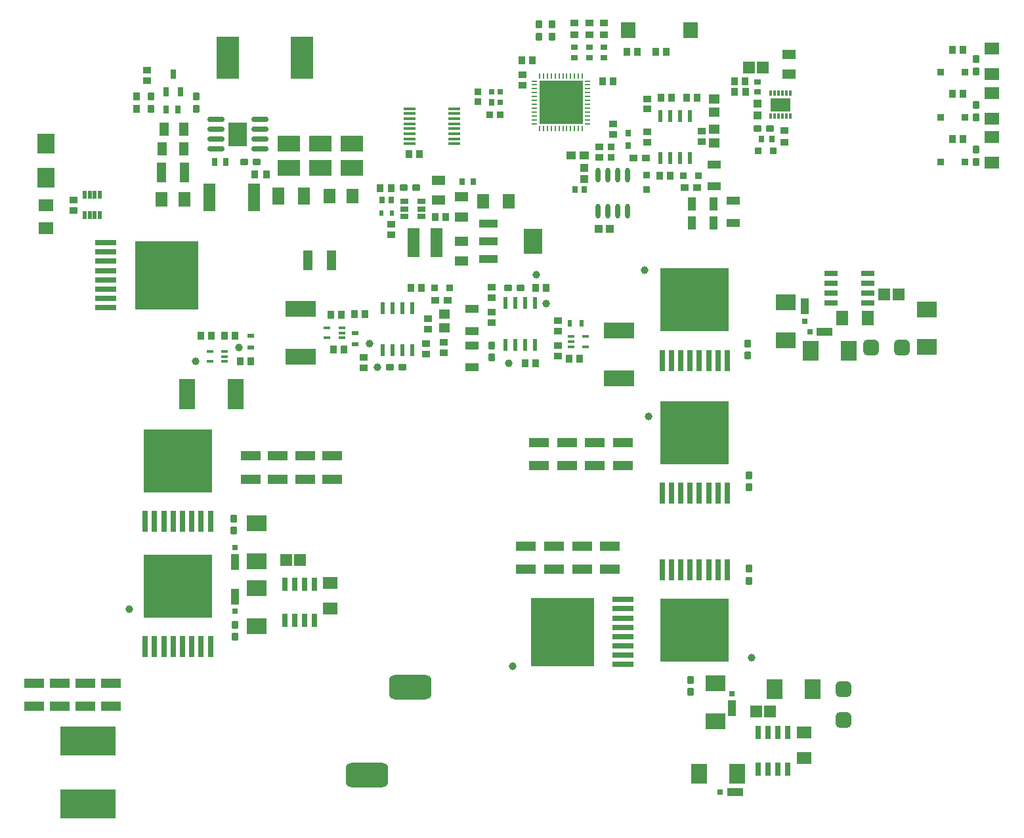
<source format=gtp>
G04*
G04 #@! TF.GenerationSoftware,Altium Limited,CircuitMaker,2.2.1 (2.2.1.6)*
G04*
G04 Layer_Color=7318015*
%FSLAX44Y44*%
%MOMM*%
G71*
G04*
G04 #@! TF.SameCoordinates,19C9E3CA-E082-4F8C-9F67-3D0F94DA41C6*
G04*
G04*
G04 #@! TF.FilePolarity,Positive*
G04*
G01*
G75*
G04:AMPARAMS|DCode=27|XSize=5.5mm|YSize=3.2mm|CornerRadius=0.8mm|HoleSize=0mm|Usage=FLASHONLY|Rotation=0.000|XOffset=0mm|YOffset=0mm|HoleType=Round|Shape=RoundedRectangle|*
%AMROUNDEDRECTD27*
21,1,5.5000,1.6000,0,0,0.0*
21,1,3.9000,3.2000,0,0,0.0*
1,1,1.6000,1.9500,-0.8000*
1,1,1.6000,-1.9500,-0.8000*
1,1,1.6000,-1.9500,0.8000*
1,1,1.6000,1.9500,0.8000*
%
%ADD27ROUNDEDRECTD27*%
%ADD28R,0.9000X0.9000*%
%ADD29R,1.0000X0.9500*%
%ADD30R,0.8000X1.0000*%
G04:AMPARAMS|DCode=31|XSize=0.9652mm|YSize=0.7874mm|CornerRadius=0.0787mm|HoleSize=0mm|Usage=FLASHONLY|Rotation=90.000|XOffset=0mm|YOffset=0mm|HoleType=Round|Shape=RoundedRectangle|*
%AMROUNDEDRECTD31*
21,1,0.9652,0.6299,0,0,90.0*
21,1,0.8077,0.7874,0,0,90.0*
1,1,0.1575,0.3150,0.4039*
1,1,0.1575,0.3150,-0.4039*
1,1,0.1575,-0.3150,-0.4039*
1,1,0.1575,-0.3150,0.4039*
%
%ADD31ROUNDEDRECTD31*%
%ADD32R,0.9500X1.0000*%
%ADD33R,1.0500X0.9000*%
%ADD34R,0.7000X1.2000*%
G04:AMPARAMS|DCode=35|XSize=0.6mm|YSize=2.2mm|CornerRadius=0.15mm|HoleSize=0mm|Usage=FLASHONLY|Rotation=90.000|XOffset=0mm|YOffset=0mm|HoleType=Round|Shape=RoundedRectangle|*
%AMROUNDEDRECTD35*
21,1,0.6000,1.9000,0,0,90.0*
21,1,0.3000,2.2000,0,0,90.0*
1,1,0.3000,0.9500,0.1500*
1,1,0.3000,0.9500,-0.1500*
1,1,0.3000,-0.9500,-0.1500*
1,1,0.3000,-0.9500,0.1500*
%
%ADD35ROUNDEDRECTD35*%
%ADD36R,2.4000X3.1000*%
%ADD37R,3.0000X5.5000*%
%ADD38R,1.6500X2.3000*%
%ADD39R,1.5000X1.9000*%
%ADD40R,2.9972X2.0828*%
%ADD41R,0.9000X1.1000*%
G04:AMPARAMS|DCode=42|XSize=0.9652mm|YSize=0.7874mm|CornerRadius=0.0787mm|HoleSize=0mm|Usage=FLASHONLY|Rotation=0.000|XOffset=0mm|YOffset=0mm|HoleType=Round|Shape=RoundedRectangle|*
%AMROUNDEDRECTD42*
21,1,0.9652,0.6299,0,0,0.0*
21,1,0.8077,0.7874,0,0,0.0*
1,1,0.1575,0.4039,-0.3150*
1,1,0.1575,-0.4039,-0.3150*
1,1,0.1575,-0.4039,0.3150*
1,1,0.1575,0.4039,0.3150*
%
%ADD42ROUNDEDRECTD42*%
%ADD43R,1.1500X1.7000*%
%ADD44R,1.3000X1.8000*%
%ADD45R,1.2000X2.5000*%
%ADD46R,1.6000X3.5500*%
G04:AMPARAMS|DCode=47|XSize=0.45mm|YSize=1.05mm|CornerRadius=0.0225mm|HoleSize=0mm|Usage=FLASHONLY|Rotation=0.000|XOffset=0mm|YOffset=0mm|HoleType=Round|Shape=RoundedRectangle|*
%AMROUNDEDRECTD47*
21,1,0.4500,1.0050,0,0,0.0*
21,1,0.4050,1.0500,0,0,0.0*
1,1,0.0450,0.2025,-0.5025*
1,1,0.0450,-0.2025,-0.5025*
1,1,0.0450,-0.2025,0.5025*
1,1,0.0450,0.2025,0.5025*
%
%ADD47ROUNDEDRECTD47*%
%ADD48R,1.0000X0.9000*%
%ADD49R,2.3000X2.5000*%
G04:AMPARAMS|DCode=50|XSize=1.05mm|YSize=0.9mm|CornerRadius=0.09mm|HoleSize=0mm|Usage=FLASHONLY|Rotation=180.000|XOffset=0mm|YOffset=0mm|HoleType=Round|Shape=RoundedRectangle|*
%AMROUNDEDRECTD50*
21,1,1.0500,0.7200,0,0,180.0*
21,1,0.8700,0.9000,0,0,180.0*
1,1,0.1800,-0.4350,0.3600*
1,1,0.1800,0.4350,0.3600*
1,1,0.1800,0.4350,-0.3600*
1,1,0.1800,-0.4350,-0.3600*
%
%ADD50ROUNDEDRECTD50*%
%ADD51R,0.9000X1.0000*%
%ADD52R,0.6000X0.9000*%
%ADD53R,0.8500X0.4000*%
%ADD54R,0.6096X1.5494*%
%ADD55R,1.7000X1.0500*%
%ADD56R,1.3500X1.2000*%
%ADD57R,0.9000X1.0500*%
%ADD58R,0.9000X0.6000*%
G04:AMPARAMS|DCode=59|XSize=1.05mm|YSize=0.9mm|CornerRadius=0.09mm|HoleSize=0mm|Usage=FLASHONLY|Rotation=90.000|XOffset=0mm|YOffset=0mm|HoleType=Round|Shape=RoundedRectangle|*
%AMROUNDEDRECTD59*
21,1,1.0500,0.7200,0,0,90.0*
21,1,0.8700,0.9000,0,0,90.0*
1,1,0.1800,0.3600,0.4350*
1,1,0.1800,0.3600,-0.4350*
1,1,0.1800,-0.3600,-0.4350*
1,1,0.1800,-0.3600,0.4350*
%
%ADD59ROUNDEDRECTD59*%
%ADD60R,0.7500X0.8500*%
%ADD61R,0.7000X0.8000*%
%ADD62R,0.8500X0.9000*%
%ADD63R,0.9000X0.8500*%
%ADD64R,1.0500X0.9500*%
%ADD65R,0.9000X0.7000*%
%ADD66R,0.7000X0.9000*%
%ADD67R,1.7500X1.2000*%
%ADD68R,1.0000X0.7000*%
%ADD69R,0.9500X1.0500*%
%ADD70R,0.6000X0.8000*%
%ADD71R,1.6000X3.7000*%
%ADD72R,2.4000X1.0000*%
%ADD73R,2.4000X3.3000*%
%ADD74R,0.7000X0.8500*%
%ADD75R,0.9500X0.8500*%
%ADD76O,0.6000X1.9000*%
%ADD77R,1.0000X1.0500*%
%ADD78R,1.0500X1.0000*%
%ADD79R,0.9000X0.9000*%
%ADD80R,1.0500X1.7000*%
%ADD81R,1.9000X2.0000*%
%ADD82R,1.1000X0.9000*%
%ADD83R,2.5000X1.7000*%
%ADD84R,0.3000X0.6500*%
%ADD85R,1.5000X1.5500*%
%ADD86R,4.0000X2.1000*%
%ADD87R,2.1000X4.0000*%
%ADD88R,2.5000X1.2000*%
%ADD89R,2.6000X2.1000*%
%ADD90R,1.9000X1.5000*%
%ADD91R,0.7200X1.7800*%
%ADD92R,0.8000X0.8000*%
%ADD93R,1.1000X2.0000*%
%ADD94R,7.2000X3.7000*%
%ADD95R,2.1000X2.6000*%
%ADD96R,2.0000X1.1000*%
%ADD97R,0.8000X0.8000*%
G04:AMPARAMS|DCode=98|XSize=2mm|YSize=2mm|CornerRadius=0.5mm|HoleSize=0mm|Usage=FLASHONLY|Rotation=180.000|XOffset=0mm|YOffset=0mm|HoleType=Round|Shape=RoundedRectangle|*
%AMROUNDEDRECTD98*
21,1,2.0000,1.0000,0,0,180.0*
21,1,1.0000,2.0000,0,0,180.0*
1,1,1.0000,-0.5000,0.5000*
1,1,1.0000,0.5000,0.5000*
1,1,1.0000,0.5000,-0.5000*
1,1,1.0000,-0.5000,-0.5000*
%
%ADD98ROUNDEDRECTD98*%
%ADD99R,1.7800X0.7200*%
G04:AMPARAMS|DCode=100|XSize=2mm|YSize=2mm|CornerRadius=0.5mm|HoleSize=0mm|Usage=FLASHONLY|Rotation=90.000|XOffset=0mm|YOffset=0mm|HoleType=Round|Shape=RoundedRectangle|*
%AMROUNDEDRECTD100*
21,1,2.0000,1.0000,0,0,90.0*
21,1,1.0000,2.0000,0,0,90.0*
1,1,1.0000,0.5000,0.5000*
1,1,1.0000,0.5000,-0.5000*
1,1,1.0000,-0.5000,-0.5000*
1,1,1.0000,-0.5000,0.5000*
%
%ADD100ROUNDEDRECTD100*%
%ADD101R,0.9000X0.9500*%
%ADD102R,1.2500X1.1000*%
%ADD103O,0.8000X0.2500*%
%ADD104O,0.2500X0.8000*%
%ADD105R,0.8000X0.2500*%
%ADD106R,5.6000X5.6000*%
%ADD107C,1.0000*%
%ADD108R,2.8000X0.8000*%
%ADD109R,8.1000X8.9000*%
%ADD110R,0.8000X2.8000*%
%ADD111R,8.9000X8.1000*%
G04:AMPARAMS|DCode=112|XSize=0.4mm|YSize=1.5mm|CornerRadius=0.1mm|HoleSize=0mm|Usage=FLASHONLY|Rotation=270.000|XOffset=0mm|YOffset=0mm|HoleType=Round|Shape=RoundedRectangle|*
%AMROUNDEDRECTD112*
21,1,0.4000,1.3000,0,0,270.0*
21,1,0.2000,1.5000,0,0,270.0*
1,1,0.2000,-0.6500,-0.1000*
1,1,0.2000,-0.6500,0.1000*
1,1,0.2000,0.6500,0.1000*
1,1,0.2000,0.6500,-0.1000*
%
%ADD112ROUNDEDRECTD112*%
D27*
X772160Y462280D02*
D03*
X716660Y348280D02*
D03*
D28*
X803910Y977900D02*
D03*
X822910D02*
D03*
X1124610Y1122680D02*
D03*
X1143610D02*
D03*
X1240130Y1154430D02*
D03*
X1221130D02*
D03*
D29*
X804800Y961390D02*
D03*
X820800D02*
D03*
X1126110Y1107440D02*
D03*
X1142110D02*
D03*
X1060070Y1145540D02*
D03*
X1076070D02*
D03*
D30*
X457320Y1207770D02*
D03*
X472320D02*
D03*
X534050Y1140460D02*
D03*
X520050D02*
D03*
D31*
X438150Y1208659D02*
D03*
Y1224661D02*
D03*
X496570D02*
D03*
Y1208659D02*
D03*
X877570Y903351D02*
D03*
Y887349D02*
D03*
X938410Y1301839D02*
D03*
Y1317841D02*
D03*
X954920D02*
D03*
Y1301839D02*
D03*
X546100Y542671D02*
D03*
Y526669D02*
D03*
X544830Y679831D02*
D03*
Y663829D02*
D03*
X1134110Y455549D02*
D03*
Y471551D02*
D03*
X1209040Y599059D02*
D03*
Y615061D02*
D03*
Y719709D02*
D03*
Y735711D02*
D03*
X1207770Y889889D02*
D03*
Y905891D02*
D03*
X1502410Y1197610D02*
D03*
Y1213612D02*
D03*
Y1140079D02*
D03*
Y1156081D02*
D03*
Y1256919D02*
D03*
Y1272921D02*
D03*
D32*
X419100Y1208660D02*
D03*
Y1224660D02*
D03*
D33*
X433070Y1245070D02*
D03*
Y1258570D02*
D03*
X962430Y935120D02*
D03*
Y921620D02*
D03*
X1078230Y1178960D02*
D03*
Y1165460D02*
D03*
D34*
X457250Y1230630D02*
D03*
X476250D02*
D03*
X466750Y1253630D02*
D03*
D35*
X578410Y1156970D02*
D03*
Y1169670D02*
D03*
Y1182370D02*
D03*
Y1195070D02*
D03*
X521410Y1156970D02*
D03*
Y1169670D02*
D03*
Y1182370D02*
D03*
Y1195070D02*
D03*
D36*
X549910Y1176020D02*
D03*
D37*
X632210Y1275080D02*
D03*
X537210D02*
D03*
D38*
X601990Y1096010D02*
D03*
X634990D02*
D03*
D39*
X668020D02*
D03*
X698020D02*
D03*
X481090Y1092200D02*
D03*
X451090D02*
D03*
X866140Y1089660D02*
D03*
X899160D02*
D03*
X1329400Y938820D02*
D03*
X1362420D02*
D03*
D40*
X697230Y1163574D02*
D03*
Y1132586D02*
D03*
X656590Y1163574D02*
D03*
Y1132586D02*
D03*
X615950Y1163574D02*
D03*
Y1132586D02*
D03*
D41*
X586620Y1123950D02*
D03*
X571620D02*
D03*
X1205110Y1230630D02*
D03*
X1190110D02*
D03*
D42*
X558419Y1140460D02*
D03*
X574421D02*
D03*
X914781Y977900D02*
D03*
X898779D02*
D03*
X762381Y875030D02*
D03*
X746379D02*
D03*
X1220012Y1183595D02*
D03*
X1236014D02*
D03*
X764159Y1107440D02*
D03*
X780161D02*
D03*
D43*
X454610Y1182450D02*
D03*
X480110D02*
D03*
D44*
X480090Y1157050D02*
D03*
X452090D02*
D03*
D45*
X451090Y1126490D02*
D03*
X481090D02*
D03*
X640320Y1013460D02*
D03*
X670320D02*
D03*
D46*
X571040Y1094740D02*
D03*
X513540D02*
D03*
D47*
X371820Y1097670D02*
D03*
X365320D02*
D03*
X358820D02*
D03*
X352320D02*
D03*
Y1071470D02*
D03*
X358820D02*
D03*
X365320D02*
D03*
X371820D02*
D03*
D48*
X338213Y1077176D02*
D03*
Y1090676D02*
D03*
X795020Y937660D02*
D03*
Y924160D02*
D03*
X792480Y905910D02*
D03*
Y892410D02*
D03*
X712470Y888130D02*
D03*
Y874630D02*
D03*
X916940Y1252620D02*
D03*
Y1239120D02*
D03*
X748030Y1059580D02*
D03*
Y1046080D02*
D03*
X1016000Y1159910D02*
D03*
Y1146410D02*
D03*
X1148080Y1180230D02*
D03*
Y1166730D02*
D03*
X1034136Y1189317D02*
D03*
Y1175817D02*
D03*
X877570Y933050D02*
D03*
Y946550D02*
D03*
D49*
X302260Y1163830D02*
D03*
Y1119630D02*
D03*
D50*
X877570Y964800D02*
D03*
Y978300D02*
D03*
X962660Y889640D02*
D03*
Y903140D02*
D03*
X815340Y907180D02*
D03*
Y893680D02*
D03*
X1078230Y1221740D02*
D03*
Y1208240D02*
D03*
D51*
X934320Y977900D02*
D03*
X947820D02*
D03*
X977500Y886460D02*
D03*
X991000D02*
D03*
X933850Y880110D02*
D03*
X920350D02*
D03*
X683344Y943158D02*
D03*
X669844D02*
D03*
X533000Y915670D02*
D03*
X546500D02*
D03*
X770490Y1150620D02*
D03*
X783990D02*
D03*
X1020402Y1244133D02*
D03*
X1033902D02*
D03*
X916540Y1271270D02*
D03*
X930040D02*
D03*
X818280Y1069340D02*
D03*
X804780D02*
D03*
X1095610Y1223010D02*
D03*
X1109110D02*
D03*
X1128630D02*
D03*
X1142130D02*
D03*
X1088550Y1282370D02*
D03*
X1102050D02*
D03*
X1190860Y1244600D02*
D03*
X1204360D02*
D03*
D52*
X978020Y932180D02*
D03*
X993020D02*
D03*
D53*
X998600Y914550D02*
D03*
Y901550D02*
D03*
X979600D02*
D03*
Y908050D02*
D03*
Y914550D02*
D03*
X683870Y912980D02*
D03*
Y919480D02*
D03*
Y925980D02*
D03*
X664870D02*
D03*
Y912980D02*
D03*
X513740Y882500D02*
D03*
Y895500D02*
D03*
X532740D02*
D03*
Y889000D02*
D03*
Y882500D02*
D03*
D54*
X895350Y904160D02*
D03*
X908050D02*
D03*
X920750D02*
D03*
X933450D02*
D03*
X895350Y958262D02*
D03*
X908050D02*
D03*
X920750D02*
D03*
X933450D02*
D03*
X774700Y951230D02*
D03*
X762000D02*
D03*
X749300D02*
D03*
X736600D02*
D03*
X774700Y897128D02*
D03*
X762000D02*
D03*
X749300D02*
D03*
X736600D02*
D03*
X1094740Y1145540D02*
D03*
X1107440D02*
D03*
X1120140D02*
D03*
X1132840D02*
D03*
X1094740Y1199642D02*
D03*
X1107440D02*
D03*
X1120140D02*
D03*
X1132840D02*
D03*
D55*
X852170Y874750D02*
D03*
Y903250D02*
D03*
Y921740D02*
D03*
Y950240D02*
D03*
X1164590Y1136930D02*
D03*
Y1108430D02*
D03*
X1188720Y1089860D02*
D03*
Y1061360D02*
D03*
D56*
X816610Y926220D02*
D03*
Y943220D02*
D03*
X1164590Y1204350D02*
D03*
Y1221350D02*
D03*
Y1181980D02*
D03*
Y1164980D02*
D03*
D57*
X773030Y977900D02*
D03*
X786530D02*
D03*
X673100Y897890D02*
D03*
X686600D02*
D03*
X566820Y882650D02*
D03*
X553320D02*
D03*
X1107840Y1122680D02*
D03*
X1094340D02*
D03*
X1051720Y1282370D02*
D03*
X1065220D02*
D03*
D58*
X701040Y919360D02*
D03*
Y904360D02*
D03*
X566420Y900550D02*
D03*
Y915550D02*
D03*
D59*
X700274Y943231D02*
D03*
X713774D02*
D03*
X516020Y915670D02*
D03*
X502520D02*
D03*
X1485030Y1169670D02*
D03*
X1471530D02*
D03*
X1485030Y1228090D02*
D03*
X1471530D02*
D03*
X1485030Y1285240D02*
D03*
X1471530D02*
D03*
D60*
X877400Y1217530D02*
D03*
X735680Y1090930D02*
D03*
X747680D02*
D03*
D61*
X877400Y1231030D02*
D03*
X887900Y1217530D02*
D03*
Y1231030D02*
D03*
D62*
X874880Y1201420D02*
D03*
X887880D02*
D03*
D63*
X859790Y1217780D02*
D03*
Y1230780D02*
D03*
D64*
X1003300Y1304660D02*
D03*
Y1319160D02*
D03*
X1022350Y1304660D02*
D03*
Y1319160D02*
D03*
X984250D02*
D03*
Y1304660D02*
D03*
D65*
Y1274930D02*
D03*
Y1287930D02*
D03*
X1003300Y1274930D02*
D03*
Y1287930D02*
D03*
X1022350Y1274930D02*
D03*
Y1287930D02*
D03*
X1220470Y1243480D02*
D03*
Y1230480D02*
D03*
D66*
X853440Y1115060D02*
D03*
X839440D02*
D03*
X1225400Y1169670D02*
D03*
X1238400D02*
D03*
D67*
X808990Y1116630D02*
D03*
Y1090630D02*
D03*
X838200Y1095040D02*
D03*
Y1069040D02*
D03*
Y1037890D02*
D03*
Y1011890D02*
D03*
X1261110Y1253190D02*
D03*
Y1279190D02*
D03*
D68*
X764970Y1070000D02*
D03*
Y1079500D02*
D03*
Y1089000D02*
D03*
X786970D02*
D03*
Y1079500D02*
D03*
Y1070000D02*
D03*
D69*
X733410Y1106170D02*
D03*
X747410D02*
D03*
D70*
X748180Y1074420D02*
D03*
X735180D02*
D03*
D71*
X806210Y1036320D02*
D03*
X776210D02*
D03*
D72*
X872700Y1060590D02*
D03*
Y1037590D02*
D03*
Y1014590D02*
D03*
D73*
X930700Y1037590D02*
D03*
D74*
X1052919Y1177490D02*
D03*
Y1160990D02*
D03*
X984850Y1104900D02*
D03*
X996350D02*
D03*
D75*
X1031240Y1159910D02*
D03*
Y1146410D02*
D03*
D76*
X1052070Y1123230D02*
D03*
X1039370D02*
D03*
X1026670D02*
D03*
X1013970D02*
D03*
X1052070Y1076230D02*
D03*
X1039370D02*
D03*
X1026670D02*
D03*
X1013970D02*
D03*
D77*
X996950Y1132720D02*
D03*
Y1117720D02*
D03*
X1220470Y1200270D02*
D03*
Y1215270D02*
D03*
D78*
X1029850Y1054100D02*
D03*
X1014850D02*
D03*
D79*
X1076960Y1123290D02*
D03*
Y1104290D02*
D03*
D80*
X1163600Y1085850D02*
D03*
X1135100D02*
D03*
X1163600Y1061720D02*
D03*
X1135100D02*
D03*
D81*
X1133470Y1310640D02*
D03*
X1053470D02*
D03*
D82*
X1255203Y1180365D02*
D03*
Y1165365D02*
D03*
D83*
X1249680Y1214120D02*
D03*
D84*
X1247180Y1228870D02*
D03*
X1242180D02*
D03*
X1237180D02*
D03*
X1252180D02*
D03*
X1257180D02*
D03*
X1262180D02*
D03*
Y1199370D02*
D03*
X1257180D02*
D03*
X1252180D02*
D03*
X1237180D02*
D03*
X1242180D02*
D03*
X1247180D02*
D03*
D85*
X1208930Y1262380D02*
D03*
X1226930D02*
D03*
X630030Y626110D02*
D03*
X612030D02*
D03*
X1236110Y430240D02*
D03*
X1218110D02*
D03*
X1383900Y969300D02*
D03*
X1401900D02*
D03*
D86*
X1041400Y860540D02*
D03*
Y922540D02*
D03*
X631190Y888480D02*
D03*
Y950480D02*
D03*
D87*
X484620Y840740D02*
D03*
X546620D02*
D03*
D88*
X671860Y760490D02*
D03*
Y730490D02*
D03*
X636723Y760490D02*
D03*
Y730490D02*
D03*
X601587Y760490D02*
D03*
Y730490D02*
D03*
X566450Y760490D02*
D03*
Y730490D02*
D03*
X921510Y644030D02*
D03*
Y614030D02*
D03*
X957677Y644030D02*
D03*
Y614030D02*
D03*
X993843Y644030D02*
D03*
Y614030D02*
D03*
X1030010Y644030D02*
D03*
Y614030D02*
D03*
X1046530Y747650D02*
D03*
Y777650D02*
D03*
X1010493Y747650D02*
D03*
Y777650D02*
D03*
X974457Y747650D02*
D03*
Y777650D02*
D03*
X938420Y747650D02*
D03*
Y777650D02*
D03*
X287020Y467120D02*
D03*
Y437120D02*
D03*
X320040Y467120D02*
D03*
Y437120D02*
D03*
X353060Y467120D02*
D03*
Y437120D02*
D03*
X386080Y467120D02*
D03*
Y437120D02*
D03*
D89*
X574040Y673840D02*
D03*
Y624840D02*
D03*
Y541020D02*
D03*
Y590020D02*
D03*
X1165860Y466830D02*
D03*
Y417830D02*
D03*
X1438910Y900960D02*
D03*
Y949960D02*
D03*
X1256447Y958762D02*
D03*
Y909762D02*
D03*
D90*
X669290Y563880D02*
D03*
Y596900D02*
D03*
X1280450Y370550D02*
D03*
Y403570D02*
D03*
X1522730Y1139190D02*
D03*
Y1172210D02*
D03*
Y1196340D02*
D03*
Y1229360D02*
D03*
Y1253490D02*
D03*
Y1286510D02*
D03*
X302260Y1084340D02*
D03*
Y1054340D02*
D03*
D91*
X610870Y548000D02*
D03*
Y595178D02*
D03*
X623570D02*
D03*
X636270D02*
D03*
X648970D02*
D03*
Y548000D02*
D03*
X636270D02*
D03*
X623570D02*
D03*
X1220760Y355940D02*
D03*
Y403118D02*
D03*
X1233460D02*
D03*
X1246160D02*
D03*
X1258860D02*
D03*
Y355940D02*
D03*
X1246160D02*
D03*
X1233460D02*
D03*
D92*
X546100Y560070D02*
D03*
Y642570D02*
D03*
X1187450Y453390D02*
D03*
X1281430Y934720D02*
D03*
D93*
X546100Y579070D02*
D03*
Y623570D02*
D03*
X1187450Y434390D02*
D03*
X1281430Y953720D02*
D03*
D94*
X356870Y392430D02*
D03*
Y311430D02*
D03*
D95*
X1144800Y350520D02*
D03*
X1193800D02*
D03*
X1291060Y459740D02*
D03*
X1242060D02*
D03*
X1337633Y896178D02*
D03*
X1288633D02*
D03*
D96*
X1191210Y326390D02*
D03*
X1306780Y920750D02*
D03*
D97*
X1172210Y326390D02*
D03*
X1287780Y920750D02*
D03*
D98*
X1330670Y459130D02*
D03*
Y419130D02*
D03*
D99*
X1314790Y995970D02*
D03*
X1361968D02*
D03*
Y983270D02*
D03*
Y970570D02*
D03*
Y957870D02*
D03*
X1314790D02*
D03*
Y970570D02*
D03*
Y983270D02*
D03*
D100*
X1406550Y900720D02*
D03*
X1366550D02*
D03*
D101*
X1456180Y1197610D02*
D03*
X1487680D02*
D03*
X1456180Y1140460D02*
D03*
X1487680D02*
D03*
X1456180Y1256030D02*
D03*
X1487680D02*
D03*
D102*
X979960Y1148325D02*
D03*
X996960D02*
D03*
D103*
X932640Y1189590D02*
D03*
Y1214590D02*
D03*
Y1209590D02*
D03*
Y1204590D02*
D03*
Y1199590D02*
D03*
Y1234590D02*
D03*
Y1229590D02*
D03*
Y1224590D02*
D03*
Y1219590D02*
D03*
X1000640Y1189590D02*
D03*
Y1199590D02*
D03*
Y1204590D02*
D03*
Y1209590D02*
D03*
Y1214590D02*
D03*
Y1219590D02*
D03*
Y1224590D02*
D03*
Y1229590D02*
D03*
Y1234590D02*
D03*
Y1244590D02*
D03*
X932640Y1194590D02*
D03*
Y1239590D02*
D03*
X1000640Y1194590D02*
D03*
Y1239590D02*
D03*
D104*
X939140Y1183090D02*
D03*
Y1251090D02*
D03*
X949140Y1183090D02*
D03*
X954140D02*
D03*
X959140D02*
D03*
X964140D02*
D03*
Y1251090D02*
D03*
X959140D02*
D03*
X954140D02*
D03*
X949140D02*
D03*
X969140Y1183090D02*
D03*
X974140D02*
D03*
X979140D02*
D03*
X984140D02*
D03*
Y1251090D02*
D03*
X979140D02*
D03*
X974140D02*
D03*
X969140D02*
D03*
X994140Y1183090D02*
D03*
Y1251090D02*
D03*
X944140Y1183090D02*
D03*
Y1251090D02*
D03*
X989140Y1183090D02*
D03*
Y1251090D02*
D03*
D105*
X932640Y1244590D02*
D03*
D106*
X966640Y1217090D02*
D03*
D107*
X410210Y562610D02*
D03*
X720090Y905510D02*
D03*
X730250Y875030D02*
D03*
X551330Y900476D02*
D03*
X934720Y994410D02*
D03*
X899160Y880110D02*
D03*
X495300Y882650D02*
D03*
X947420Y957580D02*
D03*
X904240Y488950D02*
D03*
X1074420Y1000760D02*
D03*
X1212850Y500380D02*
D03*
X1079500Y811530D02*
D03*
D108*
X379730Y951930D02*
D03*
Y963930D02*
D03*
Y975930D02*
D03*
Y987930D02*
D03*
Y999930D02*
D03*
Y1011930D02*
D03*
Y1023930D02*
D03*
Y1035930D02*
D03*
X1046810Y491180D02*
D03*
Y503180D02*
D03*
Y515180D02*
D03*
Y527180D02*
D03*
Y539180D02*
D03*
Y551180D02*
D03*
Y563180D02*
D03*
Y575180D02*
D03*
D109*
X458030Y993930D02*
D03*
X968510Y533180D02*
D03*
D110*
X514440Y514350D02*
D03*
X502440D02*
D03*
X490440D02*
D03*
X478440D02*
D03*
X466440D02*
D03*
X454440D02*
D03*
X442440D02*
D03*
X430440D02*
D03*
X514440Y676080D02*
D03*
X502440D02*
D03*
X490440D02*
D03*
X478440D02*
D03*
X466440D02*
D03*
X454440D02*
D03*
X442440D02*
D03*
X430440D02*
D03*
X1181190Y712140D02*
D03*
X1169190D02*
D03*
X1157190D02*
D03*
X1145190D02*
D03*
X1133190D02*
D03*
X1121190D02*
D03*
X1109190D02*
D03*
X1097190D02*
D03*
X1181190Y883590D02*
D03*
X1169190D02*
D03*
X1157190D02*
D03*
X1145190D02*
D03*
X1133190D02*
D03*
X1121190D02*
D03*
X1109190D02*
D03*
X1097190D02*
D03*
X1181190Y613740D02*
D03*
X1169190D02*
D03*
X1157190D02*
D03*
X1145190D02*
D03*
X1133190D02*
D03*
X1121190D02*
D03*
X1109190D02*
D03*
X1097190D02*
D03*
D111*
X472440Y592650D02*
D03*
Y754380D02*
D03*
X1139190Y790440D02*
D03*
Y961890D02*
D03*
Y535440D02*
D03*
D112*
X829100Y1163430D02*
D03*
Y1169930D02*
D03*
Y1176430D02*
D03*
Y1182930D02*
D03*
Y1189430D02*
D03*
Y1195930D02*
D03*
Y1202430D02*
D03*
X771100D02*
D03*
Y1195930D02*
D03*
Y1189430D02*
D03*
Y1182930D02*
D03*
Y1176430D02*
D03*
Y1169930D02*
D03*
X829100Y1208930D02*
D03*
X771100D02*
D03*
Y1163430D02*
D03*
M02*

</source>
